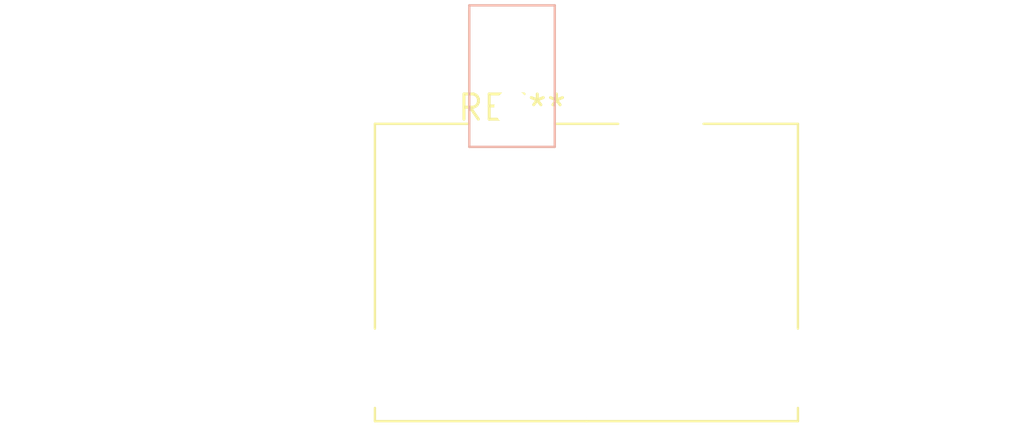
<source format=kicad_pcb>
(kicad_pcb (version 20240108) (generator pcbnew)
  (layers (0 "F.Cu" signal) (31 "B.Cu" signal) (34 "B.Paste" user) (35 "F.Paste" user) (36 "B.SilkS" user "B.Silkscreen") (37 "F.SilkS" user "F.Silkscreen") (38 "B.Mask" user) (39 "F.Mask" user) (44 "Edge.Cuts" user))
  (net 0 "")
  (footprint "Molex_Sabre_43160-1102_1x02_P7.49mm_Horizontal" (layer "F.Cu") (at 0 0)
    (property "Reference" "REF**")
    (property "Value" "Molex_Sabre_43160-1102_1x02_P7.49mm_Horizontal")
    (fp_line (start -2.15 -5.155) (end -2.15 1.975) (layer "B.SilkS") (stroke (width 0.12)))
    (fp_line (start -2.15 1.975) (end 2.15 1.975) (layer "B.SilkS") (stroke (width 0.12)))
    (fp_line (start 2.15 -5.155) (end -2.15 -5.155) (layer "B.SilkS") (stroke (width 0.12)))
    (fp_line (start 2.15 1.975) (end 2.15 -5.155) (layer "B.SilkS") (stroke (width 0.12)))
    (fp_line (start -6.9 0.815) (end -6.9 11.13) (layer "F.SilkS") (stroke (width 0.12)))
    (fp_line (start -6.9 15.13) (end -6.9 15.795) (layer "F.SilkS") (stroke (width 0.12)))
    (fp_line (start -6.9 15.795) (end 3.745 15.795) (layer "F.SilkS") (stroke (width 0.12)))
    (fp_line (start -2.15 0.815) (end -6.9 0.815) (layer "F.SilkS") (stroke (width 0.12)))
    (fp_line (start -2.15 0.815) (end -2.15 -4.895) (layer "F.SilkS") (stroke (width 0.12)))
    (fp_line (start 2.15 0.815) (end 5.34 0.815) (layer "F.SilkS") (stroke (width 0.12)))
    (fp_line (start 9.64 0.815) (end 14.39 0.815) (layer "F.SilkS") (stroke (width 0.12)))
    (fp_line (start 14.39 0.815) (end 14.39 11.13) (layer "F.SilkS") (stroke (width 0.12)))
    (fp_line (start 14.39 15.13) (end 14.39 15.795) (layer "F.SilkS") (stroke (width 0.12)))
    (fp_line (start 14.39 15.795) (end 3.745 15.795) (layer "F.SilkS") (stroke (width 0.12)))
    (pad "" thru_hole circle (at -4.75 13.13) (size 4 4) (drill 3) (layers *.Cu *.Mask) (remove_unused_layers))
    (pad "" thru_hole circle (at 12.24 13.13) (size 4 4) (drill 3) (layers *.Cu *.Mask) (remove_unused_layers))
    (pad "1" thru_hole rect (at 0 -3.18) (size 3.78 3.43) (drill 1.78) (layers *.Cu *.Mask) (remove_unused_layers))
    (pad "1" thru_hole rect (at 0 0) (size 3.78 3.43) (drill 1.78) (layers *.Cu *.Mask) (remove_unused_layers))
    (pad "2" thru_hole rect (at 7.49 -3.18) (size 3.78 3.43) (drill 1.78) (layers *.Cu *.Mask) (remove_unused_layers))
    (pad "2" thru_hole rect (at 7.49 0) (size 3.78 3.43) (drill 1.78) (layers *.Cu *.Mask) (remove_unused_layers))
  )
)
</source>
